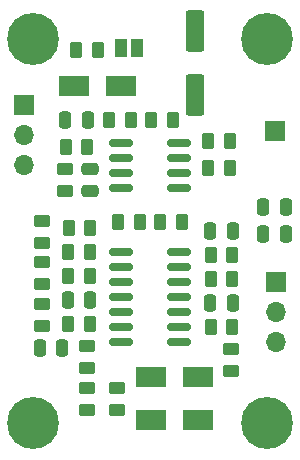
<source format=gbr>
%TF.GenerationSoftware,KiCad,Pcbnew,(6.0.1)*%
%TF.CreationDate,2022-02-11T00:14:37+08:00*%
%TF.ProjectId,OpenEMG_SMD_ver2.1,4f70656e-454d-4475-9f53-4d445f766572,rev?*%
%TF.SameCoordinates,Original*%
%TF.FileFunction,Soldermask,Top*%
%TF.FilePolarity,Negative*%
%FSLAX46Y46*%
G04 Gerber Fmt 4.6, Leading zero omitted, Abs format (unit mm)*
G04 Created by KiCad (PCBNEW (6.0.1)) date 2022-02-11 00:14:37*
%MOMM*%
%LPD*%
G01*
G04 APERTURE LIST*
G04 Aperture macros list*
%AMRoundRect*
0 Rectangle with rounded corners*
0 $1 Rounding radius*
0 $2 $3 $4 $5 $6 $7 $8 $9 X,Y pos of 4 corners*
0 Add a 4 corners polygon primitive as box body*
4,1,4,$2,$3,$4,$5,$6,$7,$8,$9,$2,$3,0*
0 Add four circle primitives for the rounded corners*
1,1,$1+$1,$2,$3*
1,1,$1+$1,$4,$5*
1,1,$1+$1,$6,$7*
1,1,$1+$1,$8,$9*
0 Add four rect primitives between the rounded corners*
20,1,$1+$1,$2,$3,$4,$5,0*
20,1,$1+$1,$4,$5,$6,$7,0*
20,1,$1+$1,$6,$7,$8,$9,0*
20,1,$1+$1,$8,$9,$2,$3,0*%
G04 Aperture macros list end*
%ADD10RoundRect,0.250000X0.550000X-1.500000X0.550000X1.500000X-0.550000X1.500000X-0.550000X-1.500000X0*%
%ADD11RoundRect,0.250000X0.262500X0.450000X-0.262500X0.450000X-0.262500X-0.450000X0.262500X-0.450000X0*%
%ADD12C,0.700000*%
%ADD13C,4.400000*%
%ADD14R,1.700000X1.700000*%
%ADD15O,1.700000X1.700000*%
%ADD16RoundRect,0.250000X0.250000X0.475000X-0.250000X0.475000X-0.250000X-0.475000X0.250000X-0.475000X0*%
%ADD17RoundRect,0.250000X0.450000X-0.262500X0.450000X0.262500X-0.450000X0.262500X-0.450000X-0.262500X0*%
%ADD18R,2.500000X1.800000*%
%ADD19RoundRect,0.250000X-0.262500X-0.450000X0.262500X-0.450000X0.262500X0.450000X-0.262500X0.450000X0*%
%ADD20RoundRect,0.150000X-0.825000X-0.150000X0.825000X-0.150000X0.825000X0.150000X-0.825000X0.150000X0*%
%ADD21RoundRect,0.250000X-0.250000X-0.475000X0.250000X-0.475000X0.250000X0.475000X-0.250000X0.475000X0*%
%ADD22RoundRect,0.250000X-0.450000X0.262500X-0.450000X-0.262500X0.450000X-0.262500X0.450000X0.262500X0*%
%ADD23R,1.000000X1.500000*%
%ADD24RoundRect,0.250000X0.475000X-0.250000X0.475000X0.250000X-0.475000X0.250000X-0.475000X-0.250000X0*%
G04 APERTURE END LIST*
D10*
%TO.C,C9*%
X130810000Y-58326000D03*
X130810000Y-52926000D03*
%TD*%
D11*
%TO.C,R4*%
X121689500Y-62738000D03*
X119864500Y-62738000D03*
%TD*%
D12*
%TO.C,H6*%
X115444000Y-86106000D03*
X118260726Y-84939274D03*
X117094000Y-84456000D03*
X117094000Y-87756000D03*
X118744000Y-86106000D03*
X115927274Y-87272726D03*
X115927274Y-84939274D03*
X118260726Y-87272726D03*
D13*
X117094000Y-86106000D03*
%TD*%
D14*
%TO.C,J1*%
X116332000Y-59182000D03*
D15*
X116332000Y-61722000D03*
X116332000Y-64262000D03*
%TD*%
D12*
%TO.C,H4*%
X135256000Y-53594000D03*
X135739274Y-52427274D03*
X138556000Y-53594000D03*
X135739274Y-54760726D03*
D13*
X136906000Y-53594000D03*
D12*
X138072726Y-54760726D03*
X138072726Y-52427274D03*
X136906000Y-51944000D03*
X136906000Y-55244000D03*
%TD*%
D16*
%TO.C,C1*%
X138491000Y-70104000D03*
X136591000Y-70104000D03*
%TD*%
D17*
%TO.C,R2*%
X117856000Y-74318500D03*
X117856000Y-72493500D03*
%TD*%
D18*
%TO.C,D3*%
X120555000Y-57531000D03*
X124555000Y-57531000D03*
%TD*%
D19*
%TO.C,R12*%
X120057500Y-71628000D03*
X121882500Y-71628000D03*
%TD*%
D20*
%TO.C,U1*%
X124525000Y-71628000D03*
X124525000Y-72898000D03*
X124525000Y-74168000D03*
X124525000Y-75438000D03*
X124525000Y-76708000D03*
X124525000Y-77978000D03*
X124525000Y-79248000D03*
X129475000Y-79248000D03*
X129475000Y-77978000D03*
X129475000Y-76708000D03*
X129475000Y-75438000D03*
X129475000Y-74168000D03*
X129475000Y-72898000D03*
X129475000Y-71628000D03*
%TD*%
D19*
%TO.C,R23*%
X127103500Y-60452000D03*
X128928500Y-60452000D03*
%TD*%
%TO.C,R22*%
X120753500Y-54483000D03*
X122578500Y-54483000D03*
%TD*%
D11*
%TO.C,R10*%
X121882500Y-73660000D03*
X120057500Y-73660000D03*
%TD*%
D14*
%TO.C,J3*%
X137541000Y-61341000D03*
%TD*%
D11*
%TO.C,R7*%
X121882500Y-77724000D03*
X120057500Y-77724000D03*
%TD*%
D21*
%TO.C,C8*%
X119827000Y-60452000D03*
X121727000Y-60452000D03*
%TD*%
D17*
%TO.C,R15*%
X117856000Y-77874500D03*
X117856000Y-76049500D03*
%TD*%
D21*
%TO.C,C6*%
X132100000Y-69850000D03*
X134000000Y-69850000D03*
%TD*%
D19*
%TO.C,R11*%
X120118500Y-69596000D03*
X121943500Y-69596000D03*
%TD*%
D20*
%TO.C,U2*%
X124525000Y-62357000D03*
X124525000Y-63627000D03*
X124525000Y-64897000D03*
X124525000Y-66167000D03*
X129475000Y-66167000D03*
X129475000Y-64897000D03*
X129475000Y-63627000D03*
X129475000Y-62357000D03*
%TD*%
D17*
%TO.C,R1*%
X119761000Y-66444500D03*
X119761000Y-64619500D03*
%TD*%
D19*
%TO.C,R17*%
X127865500Y-69088000D03*
X129690500Y-69088000D03*
%TD*%
D18*
%TO.C,D2*%
X131032000Y-82169000D03*
X127032000Y-82169000D03*
%TD*%
D22*
%TO.C,R6*%
X133858000Y-79859500D03*
X133858000Y-81684500D03*
%TD*%
D16*
%TO.C,C2*%
X138491000Y-67818000D03*
X136591000Y-67818000D03*
%TD*%
D23*
%TO.C,JP1*%
X125872000Y-54356000D03*
X124572000Y-54356000D03*
%TD*%
D21*
%TO.C,C7*%
X132100000Y-75946000D03*
X134000000Y-75946000D03*
%TD*%
D12*
%TO.C,H5*%
X135739274Y-87272726D03*
X136906000Y-84456000D03*
D13*
X136906000Y-86106000D03*
D12*
X135739274Y-84939274D03*
X136906000Y-87756000D03*
X138072726Y-87272726D03*
X135256000Y-86106000D03*
X138072726Y-84939274D03*
X138556000Y-86106000D03*
%TD*%
D18*
%TO.C,D1*%
X131032000Y-85852000D03*
X127032000Y-85852000D03*
%TD*%
D11*
%TO.C,R18*%
X133754500Y-62230000D03*
X131929500Y-62230000D03*
%TD*%
D17*
%TO.C,R13*%
X121666000Y-81430500D03*
X121666000Y-79605500D03*
%TD*%
D14*
%TO.C,J2*%
X137668000Y-74168000D03*
D15*
X137668000Y-76708000D03*
X137668000Y-79248000D03*
%TD*%
D19*
%TO.C,R20*%
X132137500Y-71882000D03*
X133962500Y-71882000D03*
%TD*%
D17*
%TO.C,R9*%
X124206000Y-84986500D03*
X124206000Y-83161500D03*
%TD*%
%TO.C,R8*%
X121666000Y-84986500D03*
X121666000Y-83161500D03*
%TD*%
D21*
%TO.C,C4*%
X120020000Y-75692000D03*
X121920000Y-75692000D03*
%TD*%
%TO.C,C5*%
X117668000Y-79756000D03*
X119568000Y-79756000D03*
%TD*%
D19*
%TO.C,R16*%
X131929500Y-64516000D03*
X133754500Y-64516000D03*
%TD*%
D17*
%TO.C,R3*%
X117856000Y-70866000D03*
X117856000Y-69041000D03*
%TD*%
D12*
%TO.C,H3*%
X115927274Y-52427274D03*
X117094000Y-51944000D03*
D13*
X117094000Y-53594000D03*
D12*
X118260726Y-54760726D03*
X115927274Y-54760726D03*
X118260726Y-52427274D03*
X118744000Y-53594000D03*
X115444000Y-53594000D03*
X117094000Y-55244000D03*
%TD*%
D24*
%TO.C,C3*%
X121920000Y-66482000D03*
X121920000Y-64582000D03*
%TD*%
D19*
%TO.C,R19*%
X132137500Y-73914000D03*
X133962500Y-73914000D03*
%TD*%
%TO.C,R14*%
X124309500Y-69088000D03*
X126134500Y-69088000D03*
%TD*%
D11*
%TO.C,R5*%
X133962500Y-77978000D03*
X132137500Y-77978000D03*
%TD*%
%TO.C,R21*%
X125372500Y-60452000D03*
X123547500Y-60452000D03*
%TD*%
M02*

</source>
